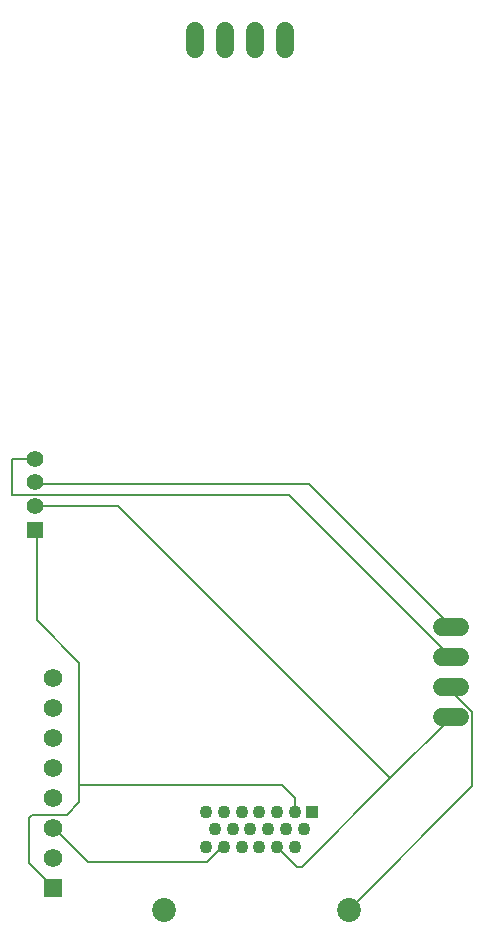
<source format=gbr>
G04 EAGLE Gerber RS-274X export*
G75*
%MOMM*%
%FSLAX34Y34*%
%LPD*%
%INBottom Copper*%
%IPPOS*%
%AMOC8*
5,1,8,0,0,1.08239X$1,22.5*%
G01*
G04 Define Apertures*
%ADD10C,1.524000*%
%ADD11C,1.088000*%
%ADD12C,2.025000*%
%ADD13R,1.088000X1.088000*%
%ADD14R,1.560000X1.560000*%
%ADD15C,1.560000*%
%ADD16R,1.408000X1.408000*%
%ADD17C,1.408000*%
%ADD18C,0.152400*%
D10*
X396740Y189400D02*
X381500Y189400D01*
X381500Y214800D02*
X396740Y214800D01*
X396740Y240200D02*
X381500Y240200D01*
X381500Y265600D02*
X396740Y265600D01*
D11*
X226434Y79570D03*
X241434Y79570D03*
X256434Y79570D03*
X211434Y79570D03*
X196434Y79570D03*
X181434Y79570D03*
X233934Y94570D03*
X248934Y94570D03*
X263934Y94570D03*
X218934Y94570D03*
X203934Y94570D03*
X188934Y94570D03*
X226434Y109570D03*
X241434Y109570D03*
X256434Y109570D03*
X211434Y109570D03*
X196434Y109570D03*
X181434Y109570D03*
D12*
X145434Y26570D03*
X302434Y26570D03*
D13*
X271434Y109570D03*
D14*
X51860Y44700D03*
D15*
X51860Y70100D03*
X51860Y95500D03*
X51860Y120900D03*
X51860Y146300D03*
X51860Y171700D03*
X51860Y197100D03*
X51860Y222500D03*
D10*
X172100Y754880D02*
X172100Y770120D01*
X197500Y770120D02*
X197500Y754880D01*
X222900Y754880D02*
X222900Y770120D01*
X248300Y770120D02*
X248300Y754880D01*
D16*
X36800Y348300D03*
D17*
X36800Y368300D03*
X36800Y388300D03*
X36800Y408300D03*
D18*
X337514Y137870D02*
X388620Y188976D01*
X389120Y189400D01*
X337514Y137870D02*
X107084Y368300D01*
X36800Y368300D01*
X337514Y137870D02*
X262634Y62990D01*
X258013Y62990D01*
X241434Y79570D01*
X390144Y210312D02*
X390144Y213360D01*
X390144Y210312D02*
X406908Y193548D01*
X406908Y131064D01*
X303276Y27432D01*
X390144Y213360D02*
X389120Y214800D01*
X303276Y27432D02*
X302434Y26570D01*
X256434Y109570D02*
X256434Y121278D01*
X245364Y132348D01*
X74008Y132348D01*
X74008Y117348D02*
X63340Y106680D01*
X33768Y106680D01*
X31148Y104060D01*
X31148Y66388D01*
X51816Y45720D01*
X51860Y44700D01*
X38100Y271460D02*
X38100Y347472D01*
X38100Y271460D02*
X74008Y235552D01*
X74008Y132348D02*
X74008Y117348D01*
X74008Y132348D02*
X74008Y235552D01*
X38100Y347472D02*
X36800Y348300D01*
X38100Y387096D02*
X268224Y387096D01*
X388620Y266700D01*
X38100Y387096D02*
X36800Y388300D01*
X388620Y266700D02*
X389120Y265600D01*
X388620Y240792D02*
X251460Y377952D01*
X388620Y240792D02*
X389120Y240200D01*
X251460Y377952D02*
X17474Y377952D01*
X17474Y408300D02*
X36800Y408300D01*
X17474Y408300D02*
X17474Y377952D01*
X195072Y79248D02*
X182452Y66628D01*
X81200Y66628D01*
X53340Y94488D01*
X195072Y79248D02*
X196434Y79570D01*
X53340Y94488D02*
X51860Y95500D01*
M02*

</source>
